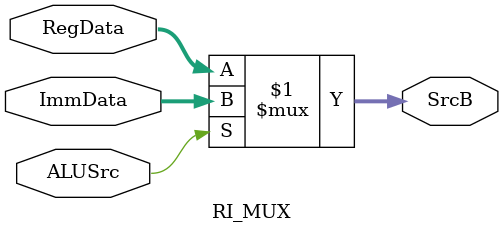
<source format=v>
`timescale 1ns / 1ps

module RI_MUX(
    input ALUSrc,
    input [31:0] RegData,
    input [31:0] ImmData,
    output [31:0] SrcB
);

assign SrcB = ALUSrc? ImmData: RegData;

endmodule
</source>
